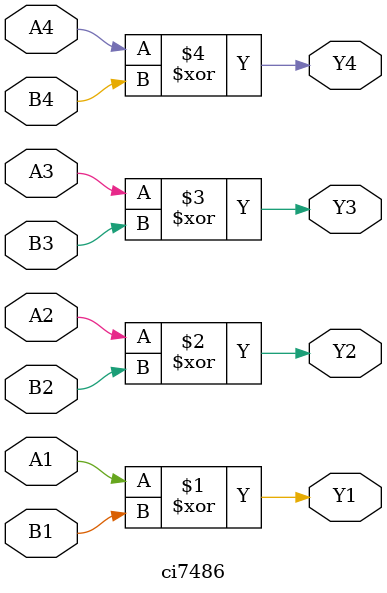
<source format=v>
module ci7486 (
	input A1, A2, A3, A4,
			B1, B2, B3, B4,
	output Y1, Y2, Y3, Y4);
	
	assign Y1 = A1 ^ B1;
	assign Y2 = A2 ^ B2;
	assign Y3 = A3 ^ B3;
	assign Y4 = A4 ^ B4;
	
endmodule 
</source>
